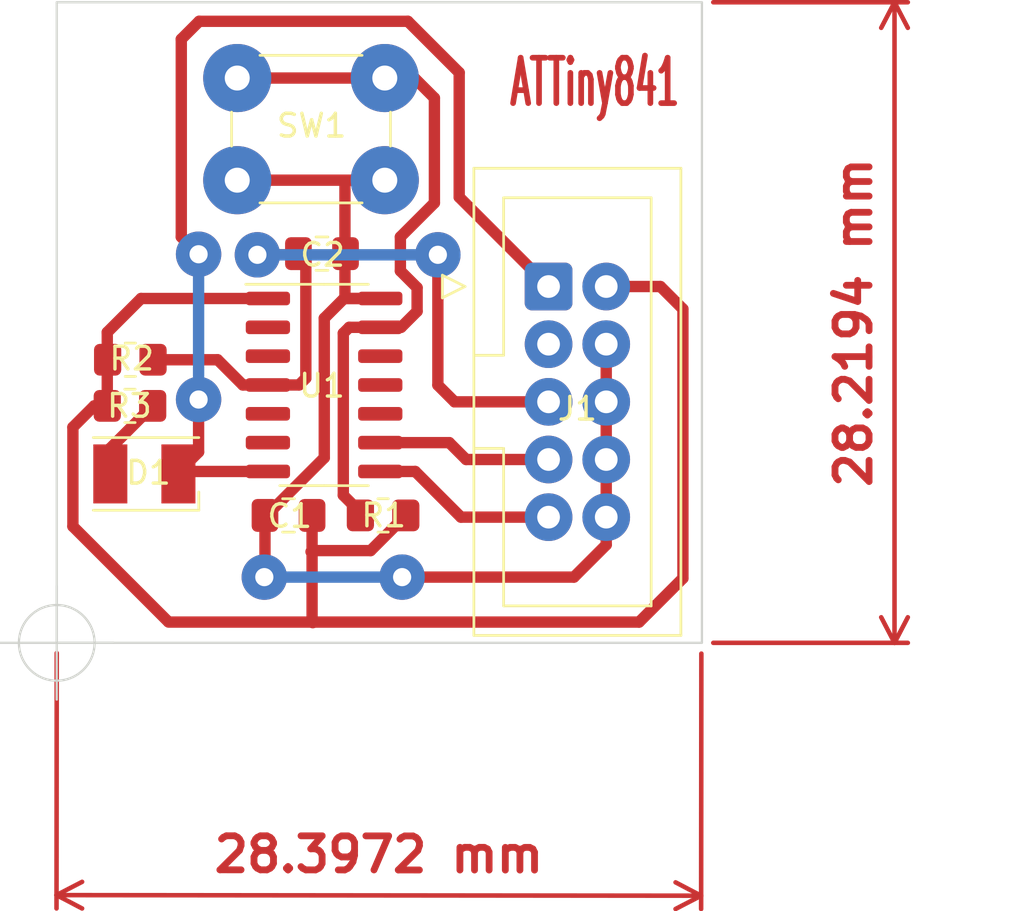
<source format=kicad_pcb>
(kicad_pcb (version 20211014) (generator pcbnew)
  (layers (0 "F.Cu" signal) (31 "B.Cu" signal) (34 "B.Paste" user) (35 "F.Paste" user) (36 "B.SilkS" user "B.Silkscreen") (37 "F.SilkS" user "F.Silkscreen") (38 "B.Mask" user) (39 "F.Mask" user) (44 "Edge.Cuts" user))
  (net 0 "")
  (net 1 "+5V")
  (net 2 "GND")
  (net 3 "/PB3")
  (net 4 "/PA6")
  (net 5 "Net-(D1-Pad2)")
  (net 7 "/PA4")
  (net 8 "/PA5")
  (net 9 "/PA0")
  (net 10 "/PB0")
  (net 11 "/PB1")
  (net 12 "/PB2")
  (net 13 "/PA7")
  (net 14 "/PA3")
  (net 15 "/PA2")
  (net 16 "/PA1")
  (footprint "Resistor_SMD:R_0805_2012Metric_Pad1.20x1.40mm_HandSolder" (layer "F.Cu") (at 145.7452 98.8314)
    (fp_text reference "R1" (at 0.0254 0) (layer "F.SilkS"))
    (fp_text value "10K" hide)
    (fp_line (start -0.227064 -0.735) (end 0.227064 -0.735) (layer "F.SilkS") (width 0.12))
    (fp_line (start -0.227064 0.735) (end 0.227064 0.735) (layer "F.SilkS") (width 0.12))
    (pad "1" smd roundrect locked (at -1 0) (size 1.2 1.4) (layers "F.Cu" "F.Paste" "F.Mask") (roundrect_rratio 0.2083333333) (net 9 "/PA0"))
    (pad "2" smd roundrect locked (at 1 0) (size 1.2 1.4) (layers "F.Cu" "F.Paste" "F.Mask") (roundrect_rratio 0.2083333333) (net 1 "+5V"))
  )
  (footprint "Connector_IDC:IDC-Header_2x05_P2.54mm_Vertical" (layer "F.Cu") (at 153.035 88.7476)
    (fp_text reference "J1" (at 1.27 5.3848) (layer "F.SilkS"))
    (fp_text value "AVR-ISP-10" hide)
    (fp_line (start 5.83 -5.21) (end 5.83 15.37) (layer "F.SilkS") (width 0.12))
    (fp_line (start 4.52 14.07) (end -1.98 14.07) (layer "F.SilkS") (width 0.12))
    (fp_line (start -1.98 3.03) (end -1.98 -3.91) (layer "F.SilkS") (width 0.12))
    (fp_line (start -3.29 15.37) (end -3.29 -5.21) (layer "F.SilkS") (width 0.12))
    (fp_line (start -4.68 0.5) (end -3.68 0) (layer "F.SilkS") (width 0.12))
    (fp_line (start 4.52 -3.91) (end 4.52 14.07) (layer "F.SilkS") (width 0.12))
    (fp_line (start -1.98 14.07) (end -1.98 7.13) (layer "F.SilkS") (width 0.12))
    (fp_line (start -1.98 7.13) (end -1.98 7.13) (layer "F.SilkS") (width 0.12))
    (fp_line (start -3.29 3.03) (end -1.98 3.03) (layer "F.SilkS") (width 0.12))
    (fp_line (start -1.98 -3.91) (end 4.52 -3.91) (layer "F.SilkS") (width 0.12))
    (fp_line (start -3.29 -5.21) (end 5.83 -5.21) (layer "F.SilkS") (width 0.12))
    (fp_line (start -1.98 7.13) (end -3.29 7.13) (layer "F.SilkS") (width 0.12))
    (fp_line (start -3.68 0) (end -4.68 -0.5) (layer "F.SilkS") (width 0.12))
    (fp_line (start -4.68 -0.5) (end -4.68 0.5) (layer "F.SilkS") (width 0.12))
    (fp_line (start 5.83 15.37) (end -3.29 15.37) (layer "F.SilkS") (width 0.12))
    (pad "1" thru_hole roundrect locked (at 0 0) (size 2.1 2.1) (drill 1) (layers *.Cu *.Mask) (roundrect_rratio 0.1470590476) (net 4 "/PA6"))
    (pad "2" thru_hole circle locked (at 2.54 0) (size 2.1 2.1) (drill 1) (layers *.Cu *.Mask) (net 1 "+5V"))
    (pad "3" thru_hole circle locked (at 0 2.54) (size 2.1 2.1) (drill 1) (layers *.Cu *.Mask))
    (pad "4" thru_hole circle locked (at 2.54 2.54) (size 2.1 2.1) (drill 1) (layers *.Cu *.Mask) (net 2 "GND"))
    (pad "5" thru_hole circle locked (at 0 5.08) (size 2.1 2.1) (drill 1) (layers *.Cu *.Mask) (net 3 "/PB3"))
    (pad "6" thru_hole circle locked (at 2.54 5.08) (size 2.1 2.1) (drill 1) (layers *.Cu *.Mask) (net 2 "GND"))
    (pad "7" thru_hole circle locked (at 0 7.62) (size 2.1 2.1) (drill 1) (layers *.Cu *.Mask) (net 7 "/PA4"))
    (pad "8" thru_hole circle locked (at 2.54 7.62) (size 2.1 2.1) (drill 1) (layers *.Cu *.Mask) (net 2 "GND"))
    (pad "9" thru_hole circle locked (at 0 10.16) (size 2.1 2.1) (drill 1) (layers *.Cu *.Mask) (net 8 "/PA5"))
    (pad "10" thru_hole circle locked (at 2.54 10.16) (size 2.1 2.1) (drill 1) (layers *.Cu *.Mask) (net 2 "GND"))
  )
  (footprint "Button_Switch_THT:SW_PUSH_6mm_H8mm" (layer "F.Cu") (at 139.3202 79.5634)
    (fp_text reference "SW1" (at 3.2754 2.0976) (layer "F.SilkS"))
    (fp_text value "SW_Push" hide)
    (fp_line (start 5.5 -1) (end 1 -1) (layer "F.SilkS") (width 0.12))
    (fp_line (start 6.75 3) (end 6.75 1.5) (layer "F.SilkS") (width 0.12))
    (fp_line (start 1 5.5) (end 5.5 5.5) (layer "F.SilkS") (width 0.12))
    (fp_line (start -0.25 1.5) (end -0.25 3) (layer "F.SilkS") (width 0.12))
    (pad "1" thru_hole circle locked (at 0 0 90) (size 3 3) (drill 1.1) (layers *.Cu *.Mask) (net 9 "/PA0"))
    (pad "1" thru_hole circle locked (at 6.5 0 90) (size 3 3) (drill 1.1) (layers *.Cu *.Mask) (net 9 "/PA0"))
    (pad "2" thru_hole circle locked (at 0 4.5 90) (size 3 3) (drill 1.1) (layers *.Cu *.Mask) (net 2 "GND"))
    (pad "2" thru_hole circle locked (at 6.5 4.5 90) (size 3 3) (drill 1.1) (layers *.Cu *.Mask) (net 2 "GND"))
  )
  (footprint "Resistor_SMD:R_0805_2012Metric_Pad1.20x1.40mm_HandSolder" (layer "F.Cu") (at 134.6106 91.9734)
    (fp_text reference "R2" (at 0.0602 -0.0508) (layer "F.SilkS"))
    (fp_text value "10K" hide)
    (fp_line (start -0.227064 0.735) (end 0.227064 0.735) (layer "F.SilkS") (width 0.12))
    (fp_line (start -0.227064 -0.735) (end 0.227064 -0.735) (layer "F.SilkS") (width 0.12))
    (pad "1" smd roundrect locked (at -1 0) (size 1.2 1.4) (layers "F.Cu" "F.Paste" "F.Mask") (roundrect_rratio 0.2083333333) (net 1 "+5V"))
    (pad "2" smd roundrect locked (at 1 0) (size 1.2 1.4) (layers "F.Cu" "F.Paste" "F.Mask") (roundrect_rratio 0.2083333333) (net 3 "/PB3"))
  )
  (footprint "Resistor_SMD:R_0805_2012Metric_Pad1.20x1.40mm_HandSolder" (layer "F.Cu") (at 134.5946 94.0054 180)
    (fp_text reference "R3" (at 0.0254 0) (layer "F.SilkS"))
    (fp_text value "10K" hide)
    (fp_line (start -0.227064 0.735) (end 0.227064 0.735) (layer "F.SilkS") (width 0.12))
    (fp_line (start -0.227064 -0.735) (end 0.227064 -0.735) (layer "F.SilkS") (width 0.12))
    (pad "1" smd roundrect locked (at -1 0 180) (size 1.2 1.4) (layers "F.Cu" "F.Paste" "F.Mask") (roundrect_rratio 0.2083333333) (net 5 "Net-(D1-Pad2)"))
    (pad "2" smd roundrect locked (at 1 0 180) (size 1.2 1.4) (layers "F.Cu" "F.Paste" "F.Mask") (roundrect_rratio 0.2083333333) (net 1 "+5V"))
  )
  (footprint "Capacitor_SMD:C_0805_2012Metric_Pad1.18x1.45mm_HandSolder" (layer "F.Cu") (at 143.0528 87.2998)
    (fp_text reference "C2" (at 0.0254 0.0508) (layer "F.SilkS"))
    (fp_text value "100nF" hide)
    (fp_line (start -0.261252 0.735) (end 0.261252 0.735) (layer "F.SilkS") (width 0.12))
    (fp_line (start -0.261252 -0.735) (end 0.261252 -0.735) (layer "F.SilkS") (width 0.12))
    (pad "1" smd roundrect locked (at -1.0375 0) (size 1.175 1.45) (layers "F.Cu" "F.Paste" "F.Mask") (roundrect_rratio 0.2127659574) (net 3 "/PB3"))
    (pad "2" smd roundrect locked (at 1.0375 0) (size 1.175 1.45) (layers "F.Cu" "F.Paste" "F.Mask") (roundrect_rratio 0.2127659574) (net 2 "GND"))
  )
  (footprint "Package_SO:SOIC-14_3.9x8.7mm_P1.27mm" (layer "F.Cu") (at 143.1456 93.085)
    (fp_text reference "U1" (at -0.0928 0.0314) (layer "F.SilkS"))
    (fp_text value "ATtiny841-SS" hide)
    (fp_line (start 0 -4.435) (end -3.45 -4.435) (layer "F.SilkS") (width 0.12))
    (fp_line (start 0 4.435) (end 1.95 4.435) (layer "F.SilkS") (width 0.12))
    (fp_line (start 0 4.435) (end -1.95 4.435) (layer "F.SilkS") (width 0.12))
    (fp_line (start 0 -4.435) (end 1.95 -4.435) (layer "F.SilkS") (width 0.12))
    (pad "1" smd roundrect locked (at -2.475 -3.81) (size 1.95 0.6) (layers "F.Cu" "F.Paste" "F.Mask") (net 1 "+5V"))
    (pad "2" smd roundrect locked (at -2.475 -2.54) (size 1.95 0.6) (layers "F.Cu" "F.Paste" "F.Mask") (net 10 "/PB0"))
    (pad "3" smd roundrect locked (at -2.475 -1.27) (size 1.95 0.6) (layers "F.Cu" "F.Paste" "F.Mask") (net 11 "/PB1"))
    (pad "4" smd roundrect locked (at -2.475 0) (size 1.95 0.6) (layers "F.Cu" "F.Paste" "F.Mask") (net 3 "/PB3"))
    (pad "5" smd roundrect locked (at -2.475 1.27) (size 1.95 0.6) (layers "F.Cu" "F.Paste" "F.Mask") (net 12 "/PB2"))
    (pad "6" smd roundrect locked (at -2.475 2.54) (size 1.95 0.6) (layers "F.Cu" "F.Paste" "F.Mask") (net 13 "/PA7"))
    (pad "7" smd roundrect locked (at -2.475 3.81) (size 1.95 0.6) (layers "F.Cu" "F.Paste" "F.Mask") (net 4 "/PA6"))
    (pad "8" smd roundrect locked (at 2.475 3.81) (size 1.95 0.6) (layers "F.Cu" "F.Paste" "F.Mask") (net 8 "/PA5"))
    (pad "9" smd roundrect locked (at 2.475 2.54) (size 1.95 0.6) (layers "F.Cu" "F.Paste" "F.Mask") (net 7 "/PA4"))
    (pad "10" smd roundrect locked (at 2.475 1.27) (size 1.95 0.6) (layers "F.Cu" "F.Paste" "F.Mask") (net 14 "/PA3"))
    (pad "11" smd roundrect locked (at 2.475 0) (size 1.95 0.6) (layers "F.Cu" "F.Paste" "F.Mask") (net 15 "/PA2"))
    (pad "12" smd roundrect locked (at 2.475 -1.27) (size 1.95 0.6) (layers "F.Cu" "F.Paste" "F.Mask") (net 16 "/PA1"))
    (pad "13" smd roundrect locked (at 2.475 -2.54) (size 1.95 0.6) (layers "F.Cu" "F.Paste" "F.Mask") (net 9 "/PA0"))
    (pad "14" smd roundrect locked (at 2.475 -3.81) (size 1.95 0.6) (layers "F.Cu" "F.Paste" "F.Mask") (net 2 "GND"))
  )
  (footprint "Capacitor_SMD:C_0805_2012Metric_Pad1.18x1.45mm_HandSolder" (layer "F.Cu") (at 141.5796 98.8314 180)
    (fp_text reference "C1" (at -0.0508 -0.0254) (layer "F.SilkS"))
    (fp_text value "100nF" hide)
    (fp_line (start -0.261252 -0.735) (end 0.261252 -0.735) (layer "F.SilkS") (width 0.12))
    (fp_line (start -0.261252 0.735) (end 0.261252 0.735) (layer "F.SilkS") (width 0.12))
    (pad "1" smd roundrect locked (at -1.0375 0 180) (size 1.175 1.45) (layers "F.Cu" "F.Paste" "F.Mask") (roundrect_rratio 0.2127659574) (net 1 "+5V"))
    (pad "2" smd roundrect locked (at 1.0375 0 180) (size 1.175 1.45) (layers "F.Cu" "F.Paste" "F.Mask") (roundrect_rratio 0.2127659574) (net 2 "GND"))
  )
  (footprint "LED_SMD:LED_PLCC-2" (layer "F.Cu") (at 135.2282 97.0026 180)
    (fp_text reference "D1" (at -0.1792 0.0508) (layer "F.SilkS"))
    (fp_text value "LED" hide)
    (fp_line (start 2.25 1.6) (end -2.4 1.6) (layer "F.SilkS") (width 0.12))
    (fp_line (start 2.25 -1.6) (end -2.4 -1.6) (layer "F.SilkS") (width 0.12))
    (fp_line (start -2.4 -1.6) (end -2.4 -0.8) (layer "F.SilkS") (width 0.12))
    (pad "1" smd rect locked (at -1.5 0 180) (size 1.5 2.6) (layers "F.Cu" "F.Paste" "F.Mask") (net 4 "/PA6"))
    (pad "2" smd rect locked (at 1.5 0 180) (size 1.5 2.6) (layers "F.Cu" "F.Paste" "F.Mask") (net 5 "Net-(D1-Pad2)"))
  )
  (gr_rect (start 159.7914 104.4448) (end 131.3688 76.2254) (layer "Edge.Cuts") (width 0.1) (fill none))
  (gr_text "ATTiny841" (at 155.067 79.756) (layer "F.Cu") (effects (font (size 2 1) (thickness 0.25))))
  (dimension (type aligned) (layer "F.Cu") (pts (xy 131.3688 104.394) (xy 159.766 104.4194)) (height 11.164317) (gr_text "28,3972 mm" (at 145.559024 113.771014 359.9487516) (layer "F.Cu") (effects (font (size 1.5 1.5) (thickness 0.3)))) (format (units 3) (units_format 1) (precision 4)) (style (thickness 0.2) (arrow_length 1.27) (text_position_mode 0) (extension_height 0.58642) (extension_offset 0.5) keep_text_aligned))
  (dimension (type aligned) (layer "F.Cu") (pts (xy 159.7914 104.4448) (xy 159.7914 76.2254)) (height 8.4836) (gr_text "28,2194 mm" (at 166.475 90.3351 90) (layer "F.Cu") (effects (font (size 1.5 1.5) (thickness 0.3)))) (format (units 3) (units_format 1) (precision 4)) (style (thickness 0.2) (arrow_length 1.27) (text_position_mode 0) (extension_height 0.58642) (extension_offset 0.5) keep_text_aligned))
  (target plus (at 131.3688 104.4448) (size 5) (width 0.1) (layer "Edge.Cuts"))
  (segment (start 133.5946 90.7636) (end 135.0832 89.275) (width 0.5) (layer "F.Cu") (net 1))
  (segment (start 142.5702 100.4316) (end 142.621 100.3808) (width 0.5) (layer "F.Cu") (net 1))
  (segment (start 158.9532 89.7382) (end 158.9532 101.6) (width 0.5) (layer "F.Cu") (net 1))
  (segment (start 157.0228 103.5304) (end 136.2964 103.5304) (width 0.5) (layer "F.Cu") (net 1))
  (segment (start 133.5946 94.0054) (end 133.5946 90.7636) (width 0.5) (layer "F.Cu") (net 1))
  (segment (start 132.08 94.9452) (end 133.0198 94.0054) (width 0.5) (layer "F.Cu") (net 1))
  (segment (start 132.08 99.314) (end 132.08 94.9452) (width 0.5) (layer "F.Cu") (net 1))
  (segment (start 142.621 100.3808) (end 145.1958 100.3808) (width 0.5) (layer "F.Cu") (net 1))
  (segment (start 157.9626 88.7476) (end 158.9532 89.7382) (width 0.5) (layer "F.Cu") (net 1))
  (segment (start 135.0832 89.275) (end 140.6706 89.275) (width 0.5) (layer "F.Cu") (net 1))
  (segment (start 133.5946 91.9894) (end 133.6106 91.9734) (width 0.5) (layer "F.Cu") (net 1))
  (segment (start 133.0198 94.0054) (end 133.5946 94.0054) (width 0.5) (layer "F.Cu") (net 1))
  (segment (start 145.1958 100.3808) (end 146.7452 98.8314) (width 0.5) (layer "F.Cu") (net 1))
  (segment (start 142.6171 98.8314) (end 142.6171 103.5265) (width 0.5) (layer "F.Cu") (net 1))
  (segment (start 136.271 103.505) (end 132.08 99.314) (width 0.5) (layer "F.Cu") (net 1))
  (segment (start 158.9532 101.6) (end 157.0228 103.5304) (width 0.5) (layer "F.Cu") (net 1))
  (segment (start 142.6171 103.5265) (end 142.6464 103.5558) (width 0.5) (layer "F.Cu") (net 1))
  (segment (start 155.575 88.7476) (end 157.9626 88.7476) (width 0.5) (layer "F.Cu") (net 1))
  (segment (start 144.0649 84.1463) (end 143.982 84.0634) (width 0.5) (layer "F.Cu") (net 2))
  (segment (start 155.575 100.1268) (end 155.575 98.9076) (width 0.5) (layer "F.Cu") (net 2))
  (segment (start 140.5421 98.8314) (end 140.5421 101.5199) (width 0.5) (layer "F.Cu") (net 2))
  (segment (start 143.982 84.0634) (end 145.8202 84.0634) (width 0.5) (layer "F.Cu") (net 2))
  (segment (start 140.6144 98.8314) (end 143.1544 96.2914) (width 0.5) (layer "F.Cu") (net 2))
  (segment (start 155.575 91.2876) (end 155.575 98.9076) (width 0.5) (layer "F.Cu") (net 2))
  (segment (start 143.1544 96.2914) (end 143.1544 90.1446) (width 0.5) (layer "F.Cu") (net 2))
  (segment (start 144.0649 89.275) (end 144.0649 87.3506) (width 0.5) (layer "F.Cu") (net 2))
  (segment (start 139.3202 84.0634) (end 143.982 84.0634) (width 0.5) (layer "F.Cu") (net 2))
  (segment (start 145.6206 89.275) (end 144.0649 89.275) (width 0.5) (layer "F.Cu") (net 2))
  (segment (start 143.1544 90.1446) (end 144.024 89.275) (width 0.5) (layer "F.Cu") (net 2))
  (segment (start 144.0649 87.3506) (end 144.0649 84.1463) (width 0.5) (layer "F.Cu") (net 2))
  (segment (start 140.5421 98.8314) (end 140.6144 98.8314) (width 0.5) (layer "F.Cu") (net 2))
  (segment (start 140.5421 101.5199) (end 140.5128 101.5492) (width 0.5) (layer "F.Cu") (net 2))
  (segment (start 154.1526 101.5492) (end 155.575 100.1268) (width 0.5) (layer "F.Cu") (net 2))
  (segment (start 144.024 89.275) (end 145.6206 89.275) (width 0.5) (layer "F.Cu") (net 2))
  (segment (start 146.5834 101.5492) (end 154.1526 101.5492) (width 0.5) (layer "F.Cu") (net 2))
  (via (at 140.5128 101.5492) (size 2) (drill 0.8) (layers "F.Cu" "B.Cu") (net 2))
  (via (at 146.5834 101.5492) (size 2) (drill 0.8) (layers "F.Cu" "B.Cu") (net 2))
  (segment (start 140.5128 101.5492) (end 146.5834 101.5492) (width 0.5) (layer "B.Cu") (net 2))
  (segment (start 148.1582 93.091) (end 148.1582 87.3506) (width 0.5) (layer "F.Cu") (net 3))
  (segment (start 138.4554 91.9734) (end 135.6106 91.9734) (width 0.5) (layer "F.Cu") (net 3))
  (segment (start 142.3416 92.7862) (end 142.3416 87.7023) (width 0.5) (layer "F.Cu") (net 3))
  (segment (start 141.9899 87.3506) (end 140.208 87.3506) (width 0.5) (layer "F.Cu") (net 3))
  (segment (start 140.6706 93.085) (end 139.567 93.085) (width 0.5) (layer "F.Cu") (net 3))
  (segment (start 148.8948 93.8276) (end 148.1582 93.091) (width 0.5) (layer "F.Cu") (net 3))
  (segment (start 142.3416 87.7023) (end 141.9899 87.3506) (width 0.5) (layer "F.Cu") (net 3))
  (segment (start 139.567 93.085) (end 138.4554 91.9734) (width 0.5) (layer "F.Cu") (net 3))
  (segment (start 153.035 93.8276) (end 148.8948 93.8276) (width 0.5) (layer "F.Cu") (net 3))
  (segment (start 135.636 91.948) (end 135.6106 91.9734) (width 0.5) (layer "F.Cu") (net 3))
  (segment (start 140.6706 93.085) (end 142.0428 93.085) (width 0.5) (layer "F.Cu") (net 3))
  (segment (start 142.0428 93.085) (end 142.3416 92.7862) (width 0.5) (layer "F.Cu") (net 3))
  (via (at 148.1582 87.3506) (size 2) (drill 0.8) (layers "F.Cu" "B.Cu") (net 3))
  (via (at 140.208 87.3506) (size 2) (drill 0.8) (layers "F.Cu" "B.Cu") (net 3))
  (segment (start 140.208 87.3506) (end 148.1582 87.3506) (width 0.5) (layer "B.Cu") (net 3))
  (segment (start 140.6392 96.9264) (end 140.6078 96.895) (width 0.5) (layer "F.Cu") (net 4))
  (segment (start 149.098 84.8106) (end 153.035 88.7476) (width 0.5) (layer "F.Cu") (net 4))
  (segment (start 137.6172 93.726) (end 137.6172 96.0388) (width 0.5) (layer "F.Cu") (net 4))
  (segment (start 140.6706 96.895) (end 140.6392 96.9264) (width 0.25) (layer "F.Cu") (net 4))
  (segment (start 140.6078 96.895) (end 136.761 96.895) (width 0.5) (layer "F.Cu") (net 4))
  (segment (start 137.6172 96.0388) (end 136.7296 96.9264) (width 0.5) (layer "F.Cu") (net 4))
  (segment (start 149.098 79.3242) (end 149.098 84.8106) (width 0.5) (layer "F.Cu") (net 4))
  (segment (start 137.6172 87.3255) (end 136.8552 86.5635) (width 0.5) (layer "F.Cu") (net 4))
  (segment (start 136.761 96.895) (end 136.7296 96.9264) (width 0.5) (layer "F.Cu") (net 4))
  (segment (start 136.8552 86.5635) (end 136.8552 77.851) (width 0.5) (layer "F.Cu") (net 4))
  (segment (start 137.6426 77.0636) (end 146.8374 77.0636) (width 0.5) (layer "F.Cu") (net 4))
  (segment (start 146.8374 77.0636) (end 149.098 79.3242) (width 0.5) (layer "F.Cu") (net 4))
  (segment (start 136.8552 77.851) (end 137.6426 77.0636) (width 0.5) (layer "F.Cu") (net 4))
  (via (at 137.6172 87.3255) (size 2) (drill 0.8) (layers "F.Cu" "B.Cu") (net 4))
  (via (at 137.6172 93.726) (size 2) (drill 0.8) (layers "F.Cu" "B.Cu") (net 4))
  (segment (start 138.2014 87.3255) (end 137.6172 87.9097) (width 0.5) (layer "B.Cu") (net 4))
  (segment (start 137.6172 87.9097) (end 137.6172 93.726) (width 0.5) (layer "B.Cu") (net 4))
  (segment (start 133.7296 95.8704) (end 135.5946 94.0054) (width 0.5) (layer "F.Cu") (net 5))
  (segment (start 133.7296 96.9264) (end 133.7296 95.8704) (width 0.5) (layer "F.Cu") (net 5))
  (segment (start 145.6206 95.625) (end 148.6602 95.625) (width 0.5) (layer "F.Cu") (net 7))
  (segment (start 148.6602 95.625) (end 149.4028 96.3676) (width 0.5) (layer "F.Cu") (net 7))
  (segment (start 149.4028 96.3676) (end 153.035 96.3676) (width 0.5) (layer "F.Cu") (net 7))
  (segment (start 149.1742 98.9076) (end 153.035 98.9076) (width 0.5) (layer "F.Cu") (net 8))
  (segment (start 147.1616 96.895) (end 149.1742 98.9076) (width 0.5) (layer "F.Cu") (net 8))
  (segment (start 145.6206 96.895) (end 147.1616 96.895) (width 0.5) (layer "F.Cu") (net 8))
  (segment (start 144.7452 98.8314) (end 144.7452 98.695) (width 0.5) (layer "F.Cu") (net 9))
  (segment (start 143.9926 97.9424) (end 143.9926 90.805) (width 0.5) (layer "F.Cu") (net 9))
  (segment (start 146.5072 86.5632) (end 146.5072 88.0618) (width 0.5) (layer "F.Cu") (net 9))
  (segment (start 144.2526 90.545) (end 145.6206 90.545) (width 0.5) (layer "F.Cu") (net 9))
  (segment (start 147.1274 79.5634) (end 148.0058 80.4418) (width 0.5) (layer "F.Cu") (net 9))
  (segment (start 146.5072 88.0618) (end 147.2438 88.7984) (width 0.5) (layer "F.Cu") (net 9))
  (segment (start 147.2438 88.7984) (end 147.2438 89.8398) (width 0.5) (layer "F.Cu") (net 9))
  (segment (start 139.3202 79.5634) (end 147.1274 79.5634) (width 0.5) (layer "F.Cu") (net 9))
  (segment (start 147.2438 89.8398) (end 146.5386 90.545) (width 0.5) (layer "F.Cu") (net 9))
  (segment (start 148.0058 80.4418) (end 148.0058 85.0646) (width 0.5) (layer "F.Cu") (net 9))
  (segment (start 144.7452 98.695) (end 143.9926 97.9424) (width 0.5) (layer "F.Cu") (net 9))
  (segment (start 143.9926 90.805) (end 144.2526 90.545) (width 0.5) (layer "F.Cu") (net 9))
  (segment (start 146.5386 90.545) (end 145.6206 90.545) (width 0.5) (layer "F.Cu") (net 9))
  (segment (start 148.0058 85.0646) (end 146.5072 86.5632) (width 0.5) (layer "F.Cu") (net 9))
)
</source>
